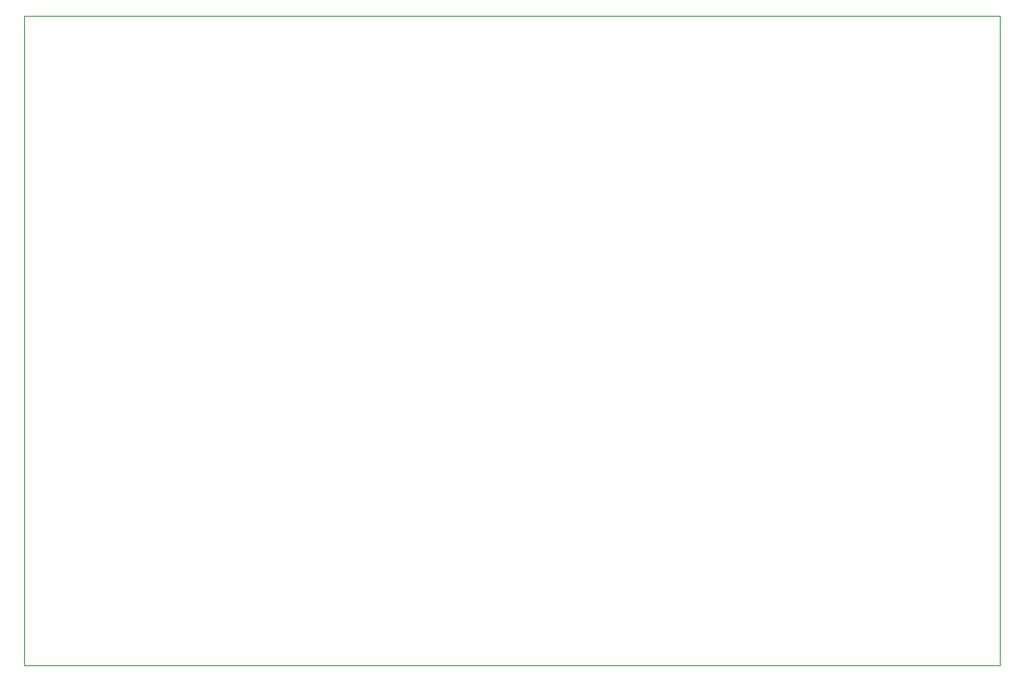
<source format=gbp>
G75*
%MOIN*%
%OFA0B0*%
%FSLAX24Y24*%
%IPPOS*%
%LPD*%
%AMOC8*
5,1,8,0,0,1.08239X$1,22.5*
%
%ADD10C,0.0000*%
D10*
X000680Y000705D02*
X039680Y000705D01*
X039680Y026705D01*
X000680Y026705D01*
X000680Y026701D02*
X000680Y000705D01*
M02*

</source>
